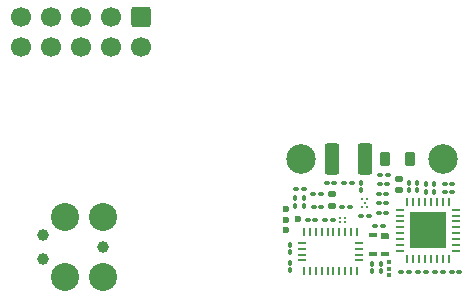
<source format=gbr>
%TF.GenerationSoftware,KiCad,Pcbnew,(7.0.0)*%
%TF.CreationDate,2023-07-20T12:08:20-04:00*%
%TF.ProjectId,headstage-neuropix1e,68656164-7374-4616-9765-2d6e6575726f,A*%
%TF.SameCoordinates,Original*%
%TF.FileFunction,Soldermask,Bot*%
%TF.FilePolarity,Negative*%
%FSLAX46Y46*%
G04 Gerber Fmt 4.6, Leading zero omitted, Abs format (unit mm)*
G04 Created by KiCad (PCBNEW (7.0.0)) date 2023-07-20 12:08:20*
%MOMM*%
%LPD*%
G01*
G04 APERTURE LIST*
G04 Aperture macros list*
%AMRoundRect*
0 Rectangle with rounded corners*
0 $1 Rounding radius*
0 $2 $3 $4 $5 $6 $7 $8 $9 X,Y pos of 4 corners*
0 Add a 4 corners polygon primitive as box body*
4,1,4,$2,$3,$4,$5,$6,$7,$8,$9,$2,$3,0*
0 Add four circle primitives for the rounded corners*
1,1,$1+$1,$2,$3*
1,1,$1+$1,$4,$5*
1,1,$1+$1,$6,$7*
1,1,$1+$1,$8,$9*
0 Add four rect primitives between the rounded corners*
20,1,$1+$1,$2,$3,$4,$5,0*
20,1,$1+$1,$4,$5,$6,$7,0*
20,1,$1+$1,$6,$7,$8,$9,0*
20,1,$1+$1,$8,$9,$2,$3,0*%
%AMFreePoly0*
4,1,6,0.350000,-0.250000,-0.225000,-0.250000,-0.350000,-0.125000,-0.350000,0.250000,0.350000,0.250000,0.350000,-0.250000,0.350000,-0.250000,$1*%
%AMFreePoly1*
4,1,13,-0.200000,0.080000,-0.190866,0.125922,-0.164853,0.164853,-0.125922,0.190866,-0.080000,0.200000,0.200000,0.200000,0.200000,-0.200000,-0.080000,-0.200000,-0.125922,-0.190866,-0.164853,-0.164853,-0.190866,-0.125922,-0.200000,-0.080000,-0.200000,0.080000,-0.200000,0.080000,$1*%
%AMFreePoly2*
4,1,13,-0.200000,0.200000,0.080000,0.200000,0.125922,0.190866,0.164853,0.164853,0.190866,0.125922,0.200000,0.080000,0.200000,-0.080000,0.190866,-0.125922,0.164853,-0.164853,0.125922,-0.190866,0.080000,-0.200000,-0.200000,-0.200000,-0.200000,0.200000,-0.200000,0.200000,$1*%
G04 Aperture macros list end*
%ADD10C,0.990600*%
%ADD11C,2.374900*%
%ADD12C,2.500000*%
%ADD13RoundRect,0.250000X-0.600000X0.600000X-0.600000X-0.600000X0.600000X-0.600000X0.600000X0.600000X0*%
%ADD14C,1.700000*%
%ADD15RoundRect,0.218750X0.218750X0.381250X-0.218750X0.381250X-0.218750X-0.381250X0.218750X-0.381250X0*%
%ADD16RoundRect,0.100000X0.130000X0.100000X-0.130000X0.100000X-0.130000X-0.100000X0.130000X-0.100000X0*%
%ADD17C,0.600000*%
%ADD18RoundRect,0.100000X-0.130000X-0.100000X0.130000X-0.100000X0.130000X0.100000X-0.130000X0.100000X0*%
%ADD19C,0.200000*%
%ADD20C,0.216000*%
%ADD21R,0.254000X0.675000*%
%ADD22R,0.675000X0.254000*%
%ADD23RoundRect,0.100000X0.100000X-0.130000X0.100000X0.130000X-0.100000X0.130000X-0.100000X-0.130000X0*%
%ADD24RoundRect,0.140000X-0.170000X0.140000X-0.170000X-0.140000X0.170000X-0.140000X0.170000X0.140000X0*%
%ADD25RoundRect,0.140000X0.170000X-0.140000X0.170000X0.140000X-0.170000X0.140000X-0.170000X-0.140000X0*%
%ADD26FreePoly0,180.000000*%
%ADD27R,0.700000X0.400000*%
%ADD28FreePoly1,90.000000*%
%ADD29R,0.400000X0.400000*%
%ADD30FreePoly2,90.000000*%
%ADD31RoundRect,0.100000X-0.100000X0.130000X-0.100000X-0.130000X0.100000X-0.130000X0.100000X0.130000X0*%
%ADD32RoundRect,0.036000X-0.264000X0.084000X-0.264000X-0.084000X0.264000X-0.084000X0.264000X0.084000X0*%
%ADD33RoundRect,0.036000X0.084000X0.264000X-0.084000X0.264000X-0.084000X-0.264000X0.084000X-0.264000X0*%
%ADD34RoundRect,0.036000X-0.084000X-0.264000X0.084000X-0.264000X0.084000X0.264000X-0.084000X0.264000X0*%
%ADD35RoundRect,0.062000X-1.488000X-1.488000X1.488000X-1.488000X1.488000X1.488000X-1.488000X1.488000X0*%
%ADD36RoundRect,0.250000X-0.375000X-1.075000X0.375000X-1.075000X0.375000X1.075000X-0.375000X1.075000X0*%
G04 APERTURE END LIST*
D10*
%TO.C,J4*%
X114750000Y-94884000D03*
D11*
X116655000Y-98440000D03*
X116655000Y-93360000D03*
D10*
X114750000Y-96916000D03*
X119830000Y-95900000D03*
D11*
X119830000Y-98440000D03*
X119830000Y-93360000D03*
%TD*%
D12*
%TO.C,TP1*%
X136600000Y-88500000D03*
%TD*%
D13*
%TO.C,J3*%
X123080000Y-76447500D03*
D14*
X123080000Y-78987500D03*
X120540000Y-76447500D03*
X120540000Y-78987500D03*
X118000000Y-76447500D03*
X118000000Y-78987500D03*
X115460000Y-76447500D03*
X115460000Y-78987500D03*
X112920000Y-76447500D03*
X112920000Y-78987500D03*
%TD*%
D12*
%TO.C,TP2*%
X148600000Y-88500000D03*
%TD*%
D15*
%TO.C,L2*%
X145812500Y-88500000D03*
X143687500Y-88500000D03*
%TD*%
D16*
%TO.C,C14*%
X145740000Y-98050000D03*
X145100000Y-98050000D03*
%TD*%
D17*
%TO.C,TP5*%
X135360000Y-92680000D03*
%TD*%
D18*
%TO.C,R9*%
X143180000Y-93000000D03*
X143820000Y-93000000D03*
%TD*%
D19*
%TO.C,U1*%
X139935000Y-93415000D03*
X139935000Y-93765000D03*
X140285000Y-93415000D03*
X140285000Y-93765000D03*
%TD*%
D18*
%TO.C,R6*%
X148780000Y-90550000D03*
X149420000Y-90550000D03*
%TD*%
D20*
%TO.C,U8*%
X141800000Y-92546500D03*
X142200000Y-92546500D03*
X142000000Y-92200000D03*
X141800000Y-91853500D03*
X142200000Y-91853500D03*
%TD*%
D18*
%TO.C,C3*%
X137640000Y-91410000D03*
X138280000Y-91410000D03*
%TD*%
D16*
%TO.C,C31*%
X142320000Y-93300000D03*
X141680000Y-93300000D03*
%TD*%
D21*
%TO.C,U9*%
X136849999Y-97962499D03*
D22*
X136712499Y-97049999D03*
X136712499Y-96549999D03*
X136712499Y-96049999D03*
X136712499Y-95549999D03*
D21*
X136849999Y-94637499D03*
X137349999Y-94637499D03*
X137849999Y-94637499D03*
X138349999Y-94637499D03*
X138849999Y-94637499D03*
X139349999Y-94637499D03*
X139849999Y-94637499D03*
X140349999Y-94637499D03*
X140849999Y-94637499D03*
X141349999Y-94637499D03*
D22*
X141487499Y-95549999D03*
X141487499Y-96049999D03*
X141487499Y-96549999D03*
X141487499Y-97049999D03*
D21*
X141349999Y-97962499D03*
X140849999Y-97962499D03*
X140349999Y-97962499D03*
X139849999Y-97962499D03*
X139349999Y-97962499D03*
X138849999Y-97962499D03*
X138349999Y-97962499D03*
X137849999Y-97962499D03*
X137349999Y-97962499D03*
%TD*%
D23*
%TO.C,R16*%
X141700000Y-91120000D03*
X141700000Y-90480000D03*
%TD*%
D18*
%TO.C,R8*%
X143180000Y-91400000D03*
X143820000Y-91400000D03*
%TD*%
D24*
%TO.C,C5*%
X139190000Y-91450000D03*
X139190000Y-92410000D03*
%TD*%
D17*
%TO.C,TP6*%
X136320000Y-93550000D03*
%TD*%
D18*
%TO.C,C34*%
X137180000Y-93600000D03*
X137820000Y-93600000D03*
%TD*%
D17*
%TO.C,TP3*%
X135370000Y-94500000D03*
%TD*%
D25*
%TO.C,C17*%
X144900000Y-91080000D03*
X144900000Y-90120000D03*
%TD*%
D18*
%TO.C,R3*%
X138780000Y-90450000D03*
X139420000Y-90450000D03*
%TD*%
D23*
%TO.C,C16*%
X146450000Y-91120000D03*
X146450000Y-90480000D03*
%TD*%
D26*
%TO.C,U7*%
X143675000Y-94975000D03*
D27*
X143674999Y-96474999D03*
X142724999Y-96474999D03*
X142724999Y-94924999D03*
%TD*%
D28*
%TO.C,JP1*%
X144089999Y-98289999D03*
D29*
X144089999Y-97749999D03*
D30*
X144089999Y-97209999D03*
%TD*%
D16*
%TO.C,L3*%
X143920000Y-90600000D03*
X143280000Y-90600000D03*
%TD*%
D23*
%TO.C,C8*%
X136120000Y-92420000D03*
X136120000Y-91780000D03*
%TD*%
D18*
%TO.C,C12*%
X149360000Y-98000000D03*
X150000000Y-98000000D03*
%TD*%
%TO.C,C4*%
X137680000Y-92490000D03*
X138320000Y-92490000D03*
%TD*%
D31*
%TO.C,R17*%
X143350000Y-97330000D03*
X143350000Y-97970000D03*
%TD*%
D16*
%TO.C,C26*%
X143820000Y-92200000D03*
X143180000Y-92200000D03*
%TD*%
D18*
%TO.C,C2*%
X140080000Y-92530000D03*
X140720000Y-92530000D03*
%TD*%
D31*
%TO.C,C33*%
X135650000Y-97230000D03*
X135650000Y-97870000D03*
%TD*%
D23*
%TO.C,C30*%
X142620000Y-97960000D03*
X142620000Y-97320000D03*
%TD*%
%TO.C,C24*%
X147900000Y-91220000D03*
X147900000Y-90580000D03*
%TD*%
D16*
%TO.C,C11*%
X148600000Y-98000000D03*
X147960000Y-98000000D03*
%TD*%
%TO.C,C1*%
X139300000Y-93590000D03*
X138660000Y-93590000D03*
%TD*%
D18*
%TO.C,C28*%
X140280000Y-90450000D03*
X140920000Y-90450000D03*
%TD*%
D17*
%TO.C,TP4*%
X135370000Y-93600000D03*
%TD*%
D18*
%TO.C,R4*%
X143330000Y-89800000D03*
X143970000Y-89800000D03*
%TD*%
%TO.C,C13*%
X146530000Y-98000000D03*
X147170000Y-98000000D03*
%TD*%
D23*
%TO.C,C10*%
X136870000Y-92420000D03*
X136870000Y-91780000D03*
%TD*%
D31*
%TO.C,C32*%
X135650000Y-95730000D03*
X135650000Y-96370000D03*
%TD*%
D23*
%TO.C,C15*%
X145750000Y-91120000D03*
X145750000Y-90480000D03*
%TD*%
D32*
%TO.C,U5*%
X144950000Y-96250000D03*
X144950000Y-95750000D03*
X144950000Y-95250000D03*
X144950000Y-94750000D03*
X144950000Y-94250000D03*
X144950000Y-93750000D03*
X144950000Y-93250000D03*
X144950000Y-92750000D03*
D33*
X145600000Y-92100000D03*
X146100000Y-92100000D03*
X146600000Y-92100000D03*
X147100000Y-92100000D03*
X147600000Y-92100000D03*
X148100000Y-92100000D03*
D34*
X148600000Y-92100000D03*
D33*
X149100000Y-92100000D03*
D32*
X149750000Y-92750000D03*
X149750000Y-93250000D03*
X149750000Y-93750000D03*
X149750000Y-94250000D03*
X149750000Y-94750000D03*
X149750000Y-95250001D03*
X149750000Y-95750000D03*
X149750000Y-96250000D03*
D33*
X149100000Y-96900000D03*
X148600000Y-96900000D03*
X148100000Y-96900000D03*
X147600000Y-96900000D03*
X147100000Y-96900000D03*
X146600000Y-96900000D03*
X146100000Y-96900000D03*
X145600000Y-96900000D03*
D35*
X147350000Y-94500000D03*
%TD*%
D18*
%TO.C,C7*%
X136180000Y-91000000D03*
X136820000Y-91000000D03*
%TD*%
D36*
%TO.C,L1*%
X139200000Y-88500000D03*
X142000000Y-88500000D03*
%TD*%
D16*
%TO.C,R7*%
X149420000Y-91250000D03*
X148780000Y-91250000D03*
%TD*%
D18*
%TO.C,C29*%
X142880000Y-94100000D03*
X143520000Y-94100000D03*
%TD*%
D23*
%TO.C,C25*%
X147200000Y-91220000D03*
X147200000Y-90580000D03*
%TD*%
M02*

</source>
